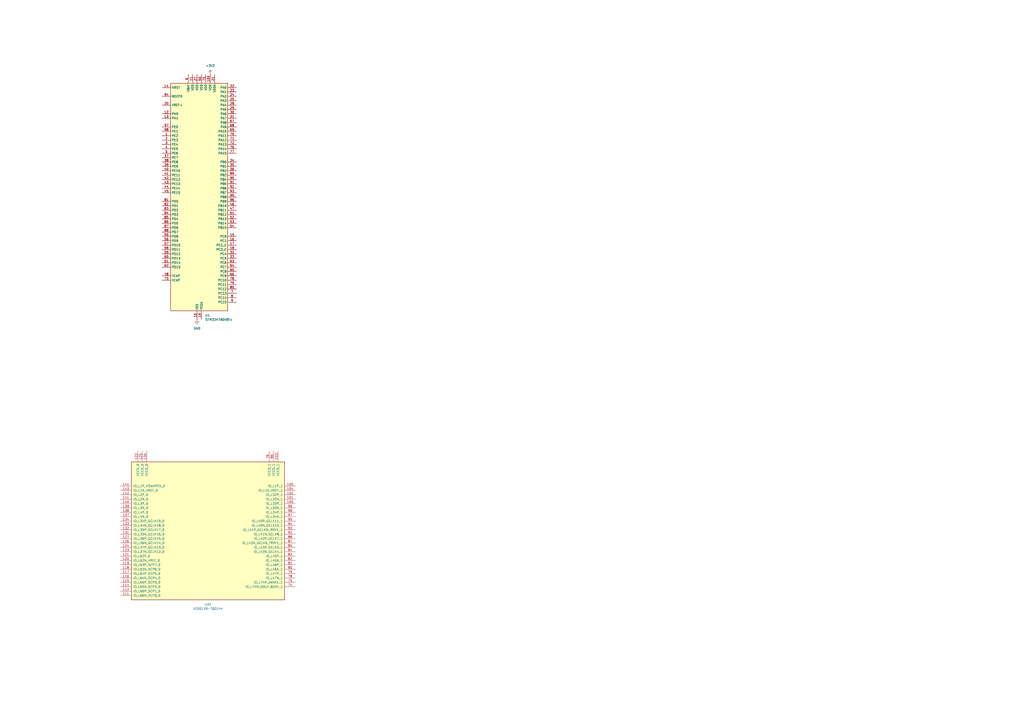
<source format=kicad_sch>
(kicad_sch (version 20231120) (generator "eeschema") (generator_version "8.0")
  (paper "A2")
  (lib_symbols
    (symbol "FPGA_Xilinx_Spartan6:XC6SLX9-TQG144" (pin_names (offset 1.016))
      (property "Reference" "U" (at 0 1.27 0))
      (property "Value" "XC6SLX9-TQG144" (at 0 -1.27 0))
      (symbol "XC6SLX9-TQG144_1_1"
        (rectangle (start -44.45 36.83) (end 44.45 -43.18) (stroke (width 0.254)) (fill (type background)))
        (pin bidirectional line (at 50.8 12.7 180) (length 6.35) (name "IO_L33P_1") (number "100"))
        (pin bidirectional line (at 50.8 15.24 180) (length 6.35) (name "IO_L32N_1") (number "101"))
        (pin bidirectional line (at 50.8 17.78 180) (length 6.35) (name "IO_L32P_1") (number "102"))
        (pin power_in line (at 40.64 43.18 270) (length 6.35) (name "VCCO_1") (number "103"))
        (pin bidirectional line (at 50.8 20.32 180) (length 6.35) (name "IO_L1N_VREF_1") (number "104"))
        (pin bidirectional line (at 50.8 22.86 180) (length 6.35) (name "IO_L1P_1") (number "105"))
        (pin bidirectional line (at -50.8 -40.64 0) (length 6.35) (name "IO_L66N_SCP0_0") (number "111"))
        (pin bidirectional line (at -50.8 -38.1 0) (length 6.35) (name "IO_L66P_SCP1_0") (number "112"))
        (pin bidirectional line (at -50.8 -35.56 0) (length 6.35) (name "IO_L65N_SCP2_0") (number "114"))
        (pin bidirectional line (at -50.8 -33.02 0) (length 6.35) (name "IO_L65P_SCP3_0") (number "115"))
        (pin bidirectional line (at -50.8 -30.48 0) (length 6.35) (name "IO_L64N_SCP4_0") (number "116"))
        (pin bidirectional line (at -50.8 -27.94 0) (length 6.35) (name "IO_L64P_SCP5_0") (number "117"))
        (pin bidirectional line (at -50.8 -25.4 0) (length 6.35) (name "IO_L63N_SCP6_0") (number "118"))
        (pin bidirectional line (at -50.8 -22.86 0) (length 6.35) (name "IO_L63P_SCP7_0") (number "119"))
        (pin bidirectional line (at -50.8 -20.32 0) (length 6.35) (name "IO_L62N_VREF_0") (number "120"))
        (pin bidirectional line (at -50.8 -17.78 0) (length 6.35) (name "IO_L62P_0") (number "121"))
        (pin power_in line (at -40.64 43.18 270) (length 6.35) (name "VCCO_0") (number "122"))
        (pin bidirectional line (at -50.8 -15.24 0) (length 6.35) (name "IO_L37N_GCLK12_0") (number "123"))
        (pin bidirectional line (at -50.8 -12.7 0) (length 6.35) (name "IO_L37P_GCLK13_0") (number "124"))
        (pin power_in line (at -38.1 43.18 270) (length 6.35) (name "VCCO_0") (number "125"))
        (pin bidirectional line (at -50.8 -10.16 0) (length 6.35) (name "IO_L36N_GCLK14_0") (number "126"))
        (pin bidirectional line (at -50.8 -7.62 0) (length 6.35) (name "IO_L36P_GCLK15_0") (number "127"))
        (pin bidirectional line (at -50.8 -5.08 0) (length 6.35) (name "IO_L35N_GCLK16_0") (number "131"))
        (pin bidirectional line (at -50.8 -2.54 0) (length 6.35) (name "IO_L35P_GCLK17_0") (number "132"))
        (pin bidirectional line (at -50.8 0 0) (length 6.35) (name "IO_L34N_GCLK18_0") (number "133"))
        (pin bidirectional line (at -50.8 2.54 0) (length 6.35) (name "IO_L34P_GCLK19_0") (number "134"))
        (pin power_in line (at -35.56 43.18 270) (length 6.35) (name "VCCO_0") (number "135"))
        (pin bidirectional line (at -50.8 5.08 0) (length 6.35) (name "IO_L4N_0") (number "137"))
        (pin bidirectional line (at -50.8 7.62 0) (length 6.35) (name "IO_L4P_0") (number "138"))
        (pin bidirectional line (at -50.8 10.16 0) (length 6.35) (name "IO_L3N_0") (number "139"))
        (pin bidirectional line (at -50.8 12.7 0) (length 6.35) (name "IO_L3P_0") (number "140"))
        (pin bidirectional line (at -50.8 15.24 0) (length 6.35) (name "IO_L2N_0") (number "141"))
        (pin bidirectional line (at -50.8 17.78 0) (length 6.35) (name "IO_L2P_0") (number "142"))
        (pin bidirectional line (at -50.8 20.32 0) (length 6.35) (name "IO_L1N_VREF_0") (number "143"))
        (pin bidirectional line (at -50.8 22.86 0) (length 6.35) (name "IO_L1P_HSWAPEN_0") (number "144"))
        (pin bidirectional line (at 50.8 -35.56 180) (length 6.35) (name "IO_L74N_DOUT_BUSY_1") (number "74"))
        (pin bidirectional line (at 50.8 -33.02 180) (length 6.35) (name "IO_L74P_AWAKE_1") (number "75"))
        (pin power_in line (at 35.56 43.18 270) (length 6.35) (name "VCCO_1") (number "76"))
        (pin bidirectional line (at 50.8 -30.48 180) (length 6.35) (name "IO_L47N_1") (number "78"))
        (pin bidirectional line (at 50.8 -27.94 180) (length 6.35) (name "IO_L47P_1") (number "79"))
        (pin bidirectional line (at 50.8 -25.4 180) (length 6.35) (name "IO_L46N_1") (number "80"))
        (pin bidirectional line (at 50.8 -22.86 180) (length 6.35) (name "IO_L46P_1") (number "81"))
        (pin bidirectional line (at 50.8 -20.32 180) (length 6.35) (name "IO_L45N_1") (number "82"))
        (pin bidirectional line (at 50.8 -17.78 180) (length 6.35) (name "IO_L45P_1") (number "83"))
        (pin bidirectional line (at 50.8 -15.24 180) (length 6.35) (name "IO_L43N_GCLK4_1") (number "84"))
        (pin bidirectional line (at 50.8 -12.7 180) (length 6.35) (name "IO_L43P_GCLK5_1") (number "85"))
        (pin power_in line (at 38.1 43.18 270) (length 6.35) (name "VCCO_1") (number "86"))
        (pin bidirectional line (at 50.8 -10.16 180) (length 6.35) (name "IO_L42N_GCLK6_TRDY1_1") (number "87"))
        (pin bidirectional line (at 50.8 -7.62 180) (length 6.35) (name "IO_L42P_GCLK7_1") (number "88"))
        (pin bidirectional line (at 50.8 -5.08 180) (length 6.35) (name "IO_L41N_GCLK8_1") (number "92"))
        (pin bidirectional line (at 50.8 -2.54 180) (length 6.35) (name "IO_L41P_GCLK9_IRDY1_1") (number "93"))
        (pin bidirectional line (at 50.8 0 180) (length 6.35) (name "IO_L40N_GCLK10_1") (number "94"))
        (pin bidirectional line (at 50.8 2.54 180) (length 6.35) (name "IO_L40P_GCLK11_1") (number "95"))
        (pin bidirectional line (at 50.8 5.08 180) (length 6.35) (name "IO_L34N_1") (number "97"))
        (pin bidirectional line (at 50.8 7.62 180) (length 6.35) (name "IO_L34P_1") (number "98"))
        (pin bidirectional line (at 50.8 10.16 180) (length 6.35) (name "IO_L33N_1") (number "99"))
      )
      (symbol "XC6SLX9-TQG144_2_1"
        (rectangle (start -44.45 36.83) (end 44.45 -43.18) (stroke (width 0.254)) (fill (type background)))
        (pin bidirectional line (at 50.8 -40.64 180) (length 6.35) (name "IO_L83N_VREF_3") (number "1"))
        (pin bidirectional line (at 50.8 -22.86 180) (length 6.35) (name "IO_L50P_3") (number "10"))
        (pin bidirectional line (at 50.8 -20.32 180) (length 6.35) (name "IO_L49N_3") (number "11"))
        (pin bidirectional line (at 50.8 -17.78 180) (length 6.35) (name "IO_L49P_3") (number "12"))
        (pin bidirectional line (at 50.8 -15.24 180) (length 6.35) (name "IO_L44N_GCLK20_3") (number "14"))
        (pin bidirectional line (at 50.8 -12.7 180) (length 6.35) (name "IO_L44P_GCLK21_3") (number "15"))
        (pin bidirectional line (at 50.8 -10.16 180) (length 6.35) (name "IO_L43N_GCLK22_IRDY2_3") (number "16"))
        (pin bidirectional line (at 50.8 -7.62 180) (length 6.35) (name "IO_L43P_GCLK23_3") (number "17"))
        (pin power_in line (at 38.1 43.18 270) (length 6.35) (name "VCCO_3") (number "18"))
        (pin bidirectional line (at 50.8 -38.1 180) (length 6.35) (name "IO_L83P_3") (number "2"))
        (pin bidirectional line (at 50.8 -5.08 180) (length 6.35) (name "IO_L42N_GCLK24_3") (number "21"))
        (pin bidirectional line (at 50.8 -2.54 180) (length 6.35) (name "IO_L42P_GCLK25_TRDY2_3") (number "22"))
        (pin bidirectional line (at 50.8 0 180) (length 6.35) (name "IO_L41N_GCLK26_3") (number "23"))
        (pin bidirectional line (at 50.8 2.54 180) (length 6.35) (name "IO_L41P_GCLK27_3") (number "24"))
        (pin bidirectional line (at 50.8 5.08 180) (length 6.35) (name "IO_L37N_3") (number "26"))
        (pin bidirectional line (at 50.8 7.62 180) (length 6.35) (name "IO_L37P_3") (number "27"))
        (pin bidirectional line (at 50.8 10.16 180) (length 6.35) (name "IO_L36N_3") (number "29"))
        (pin bidirectional line (at 50.8 12.7 180) (length 6.35) (name "IO_L36P_3") (number "30"))
        (pin power_in line (at 40.64 43.18 270) (length 6.35) (name "VCCO_3") (number "31"))
        (pin bidirectional line (at 50.8 15.24 180) (length 6.35) (name "IO_L2N_3") (number "32"))
        (pin bidirectional line (at 50.8 17.78 180) (length 6.35) (name "IO_L2P_3") (number "33"))
        (pin bidirectional line (at 50.8 20.32 180) (length 6.35) (name "IO_L1N_VREF_3") (number "34"))
        (pin bidirectional line (at 50.8 22.86 180) (length 6.35) (name "IO_L1P_3") (number "35"))
        (pin bidirectional line (at -50.8 -40.64 0) (length 6.35) (name "IO_L65N_CSO_B_2") (number "38"))
        (pin bidirectional line (at -50.8 -38.1 0) (length 6.35) (name "IO_L65P_INIT_B_2") (number "39"))
        (pin power_in line (at 35.56 43.18 270) (length 6.35) (name "VCCO_3") (number "4"))
        (pin bidirectional line (at -50.8 -35.56 0) (length 6.35) (name "IO_L64N_D9_2") (number "40"))
        (pin bidirectional line (at -50.8 -33.02 0) (length 6.35) (name "IO_L64P_D8_2") (number "41"))
        (pin power_in line (at -40.64 43.18 270) (length 6.35) (name "VCCO_2") (number "42"))
        (pin bidirectional line (at -50.8 -30.48 0) (length 6.35) (name "IO_L62N_D6_2") (number "43"))
        (pin bidirectional line (at -50.8 -27.94 0) (length 6.35) (name "IO_L62P_D5_2") (number "44"))
        (pin bidirectional line (at -50.8 -25.4 0) (length 6.35) (name "IO_L49N_D4_2") (number "45"))
        (pin bidirectional line (at -50.8 -22.86 0) (length 6.35) (name "IO_L49P_D3_2") (number "46"))
        (pin bidirectional line (at -50.8 -20.32 0) (length 6.35) (name "IO_L48N_RDWR_B_VREF_2") (number "47"))
        (pin bidirectional line (at -50.8 -17.78 0) (length 6.35) (name "IO_L48P_D7_2") (number "48"))
        (pin bidirectional line (at 50.8 -35.56 180) (length 6.35) (name "IO_L52N_3") (number "5"))
        (pin bidirectional line (at -50.8 -15.24 0) (length 6.35) (name "IO_L31N_GCLK30_D15_2") (number "50"))
        (pin bidirectional line (at -50.8 -12.7 0) (length 6.35) (name "IO_L31P_GCLK31_D14_2") (number "51"))
        (pin bidirectional line (at -50.8 -10.16 0) (length 6.35) (name "IO_L30N_GCLK0_USERCCLK_2") (number "55"))
        (pin bidirectional line (at -50.8 -7.62 0) (length 6.35) (name "IO_L30P_GCLK1_D13_2") (number "56"))
        (pin bidirectional line (at -50.8 -5.08 0) (length 6.35) (name "IO_L14N_D12_2") (number "57"))
        (pin bidirectional line (at -50.8 -2.54 0) (length 6.35) (name "IO_L14P_D11_2") (number "58"))
        (pin bidirectional line (at -50.8 0 0) (length 6.35) (name "IO_L13N_D10_2") (number "59"))
        (pin bidirectional line (at 50.8 -33.02 180) (length 6.35) (name "IO_L52P_3") (number "6"))
        (pin bidirectional line (at -50.8 2.54 0) (length 6.35) (name "IO_L13P_M1_2") (number "60"))
        (pin bidirectional line (at -50.8 5.08 0) (length 6.35) (name "IO_L12N_D2_MISO3_2") (number "61"))
        (pin bidirectional line (at -50.8 7.62 0) (length 6.35) (name "IO_L12P_D1_MISO2_2") (number "62"))
        (pin power_in line (at -38.1 43.18 270) (length 6.35) (name "VCCO_2") (number "63"))
        (pin bidirectional line (at -50.8 10.16 0) (length 6.35) (name "IO_L3N_MOSI_CSI_B_MISO0_2") (number "64"))
        (pin bidirectional line (at -50.8 12.7 0) (length 6.35) (name "IO_L3P_D0_DIN_MISO_MISO1_2") (number "65"))
        (pin bidirectional line (at -50.8 15.24 0) (length 6.35) (name "IO_L2N_CMPMOSI_2") (number "66"))
        (pin bidirectional line (at -50.8 17.78 0) (length 6.35) (name "IO_L2P_CMPCLK_2") (number "67"))
        (pin bidirectional line (at -50.8 20.32 0) (length 6.35) (name "IO_L1N_M0_CMPMISO_2") (number "69"))
        (pin bidirectional line (at 50.8 -30.48 180) (length 6.35) (name "IO_L51N_3") (number "7"))
        (pin bidirectional line (at -50.8 22.86 0) (length 6.35) (name "IO_L1P_CCLK_2") (number "70"))
        (pin bidirectional line (at 50.8 -27.94 180) (length 6.35) (name "IO_L51P_3") (number "8"))
        (pin bidirectional line (at 50.8 -25.4 180) (length 6.35) (name "IO_L50N_3") (number "9"))
      )
      (symbol "XC6SLX9-TQG144_3_1"
        (rectangle (start -31.75 15.24) (end 31.75 -15.24) (stroke (width 0.254)) (fill (type background)))
        (pin bidirectional line (at 38.1 10.16 180) (length 6.35) (name "TDO") (number "106"))
        (pin bidirectional line (at 38.1 7.62 180) (length 6.35) (name "TMS") (number "107"))
        (pin bidirectional line (at 38.1 5.08 180) (length 6.35) (name "TCK") (number "109"))
        (pin bidirectional line (at 38.1 12.7 180) (length 6.35) (name "TDI") (number "110"))
        (pin bidirectional line (at 38.1 -2.54 180) (length 6.35) (name "PROGRAM_B_2") (number "37"))
        (pin bidirectional line (at 38.1 0 180) (length 6.35) (name "DONE_2") (number "71"))
        (pin bidirectional line (at 38.1 -12.7 180) (length 6.35) (name "CMPCS_B_2") (number "72"))
        (pin bidirectional line (at 38.1 -7.62 180) (length 6.35) (name "SUSPEND") (number "73"))
      )
      (symbol "XC6SLX9-TQG144_4_1"
        (rectangle (start -19.05 17.78) (end 19.05 -17.78) (stroke (width 0.254)) (fill (type background)))
        (pin power_in line (at 25.4 -7.62 180) (length 6.35) (name "GND") (number "108"))
        (pin power_in line (at 25.4 -10.16 180) (length 6.35) (name "GND") (number "113"))
        (pin power_in line (at 25.4 5.08 180) (length 6.35) (name "VCCINT") (number "128"))
        (pin power_in line (at -25.4 5.08 0) (length 6.35) (name "VCCAUX") (number "129"))
        (pin power_in line (at -25.4 -2.54 0) (length 6.35) (name "GND") (number "13"))
        (pin power_in line (at 25.4 -12.7 180) (length 6.35) (name "GND") (number "130"))
        (pin power_in line (at 25.4 -15.24 180) (length 6.35) (name "GND") (number "136"))
        (pin power_in line (at 25.4 15.24 180) (length 6.35) (name "VCCINT") (number "19"))
        (pin power_in line (at -25.4 15.24 0) (length 6.35) (name "VCCAUX") (number "20"))
        (pin power_in line (at -25.4 -5.08 0) (length 6.35) (name "GND") (number "25"))
        (pin power_in line (at 25.4 12.7 180) (length 6.35) (name "VCCINT") (number "28"))
        (pin power_in line (at -25.4 0 0) (length 6.35) (name "GND") (number "3"))
        (pin power_in line (at -25.4 12.7 0) (length 6.35) (name "VCCAUX") (number "36"))
        (pin power_in line (at -25.4 -7.62 0) (length 6.35) (name "GND") (number "49"))
        (pin power_in line (at 25.4 10.16 180) (length 6.35) (name "VCCINT") (number "52"))
        (pin power_in line (at -25.4 10.16 0) (length 6.35) (name "VCCAUX") (number "53"))
        (pin power_in line (at -25.4 -10.16 0) (length 6.35) (name "GND") (number "54"))
        (pin power_in line (at -25.4 -12.7 0) (length 6.35) (name "GND") (number "68"))
        (pin power_in line (at -25.4 -15.24 0) (length 6.35) (name "GND") (number "77"))
        (pin power_in line (at 25.4 7.62 180) (length 6.35) (name "VCCINT") (number "89"))
        (pin power_in line (at -25.4 7.62 0) (length 6.35) (name "VCCAUX") (number "90"))
        (pin power_in line (at 25.4 -2.54 180) (length 6.35) (name "GND") (number "91"))
        (pin power_in line (at 25.4 -5.08 180) (length 6.35) (name "GND") (number "96"))
      )
    )
    (symbol "MCU_ST_STM32H7:STM32H7B0VBTx"
      (property "Reference" "U" (at -15.24 67.31 0))
      (property "Value" "STM32H7B0VBTx" (at 12.7 67.31 0))
      (symbol "STM32H7B0VBTx_0_1"
        (rectangle (start -15.24 -66.04) (end 17.78 66.04) (stroke (width 0.254)) (fill (type background)))
      )
      (symbol "STM32H7B0VBTx_1_1"
        (pin bidirectional line (at -20.32 35.56 0) (length 5.08) (name "PE2") (number "1"))
        (pin power_in line (at 0 -71.12 90) (length 5.08) (name "VSS") (number "10"))
        (pin power_in line (at 7.62 71.12 270) (length 5.08) (name "VDD") (number "100"))
        (pin power_in line (at -2.54 71.12 270) (length 5.08) (name "VDD") (number "11"))
        (pin bidirectional line (at -20.32 48.26 0) (length 5.08) (name "PH0") (number "12"))
        (pin bidirectional line (at -20.32 45.72 0) (length 5.08) (name "PH1") (number "13"))
        (pin input line (at -20.32 63.5 0) (length 5.08) (name "NRST") (number "14"))
        (pin bidirectional line (at 22.86 -22.86 180) (length 5.08) (name "PC0") (number "15"))
        (pin bidirectional line (at 22.86 -25.4 180) (length 5.08) (name "PC1") (number "16"))
        (pin bidirectional line (at 22.86 -27.94 180) (length 5.08) (name "PC2_C") (number "17"))
        (pin bidirectional line (at 22.86 -30.48 180) (length 5.08) (name "PC3_C") (number "18"))
        (pin power_in line (at 2.54 -71.12 90) (length 5.08) (name "VSSA") (number "19"))
        (pin bidirectional line (at -20.32 33.02 0) (length 5.08) (name "PE3") (number "2"))
        (pin input line (at -20.32 53.34 0) (length 5.08) (name "VREF+") (number "20"))
        (pin power_in line (at 10.16 71.12 270) (length 5.08) (name "VDDA") (number "21"))
        (pin bidirectional line (at 22.86 63.5 180) (length 5.08) (name "PA0") (number "22"))
        (pin bidirectional line (at 22.86 60.96 180) (length 5.08) (name "PA1") (number "23"))
        (pin bidirectional line (at 22.86 58.42 180) (length 5.08) (name "PA2") (number "24"))
        (pin bidirectional line (at 22.86 55.88 180) (length 5.08) (name "PA3") (number "25"))
        (pin passive line (at 0 -71.12 90) (length 5.08) hide (name "VSS") (number "26"))
        (pin power_in line (at 0 71.12 270) (length 5.08) (name "VDD") (number "27"))
        (pin bidirectional line (at 22.86 53.34 180) (length 5.08) (name "PA4") (number "28"))
        (pin bidirectional line (at 22.86 50.8 180) (length 5.08) (name "PA5") (number "29"))
        (pin bidirectional line (at -20.32 30.48 0) (length 5.08) (name "PE4") (number "3"))
        (pin bidirectional line (at 22.86 48.26 180) (length 5.08) (name "PA6") (number "30"))
        (pin bidirectional line (at 22.86 45.72 180) (length 5.08) (name "PA7") (number "31"))
        (pin bidirectional line (at 22.86 -33.02 180) (length 5.08) (name "PC4") (number "32"))
        (pin bidirectional line (at 22.86 -35.56 180) (length 5.08) (name "PC5") (number "33"))
        (pin bidirectional line (at 22.86 20.32 180) (length 5.08) (name "PB0") (number "34"))
        (pin bidirectional line (at 22.86 17.78 180) (length 5.08) (name "PB1") (number "35"))
        (pin bidirectional line (at 22.86 15.24 180) (length 5.08) (name "PB2") (number "36"))
        (pin bidirectional line (at -20.32 22.86 0) (length 5.08) (name "PE7") (number "37"))
        (pin bidirectional line (at -20.32 20.32 0) (length 5.08) (name "PE8") (number "38"))
        (pin bidirectional line (at -20.32 17.78 0) (length 5.08) (name "PE9") (number "39"))
        (pin bidirectional line (at -20.32 27.94 0) (length 5.08) (name "PE5") (number "4"))
        (pin bidirectional line (at -20.32 15.24 0) (length 5.08) (name "PE10") (number "40"))
        (pin bidirectional line (at -20.32 12.7 0) (length 5.08) (name "PE11") (number "41"))
        (pin bidirectional line (at -20.32 10.16 0) (length 5.08) (name "PE12") (number "42"))
        (pin bidirectional line (at -20.32 7.62 0) (length 5.08) (name "PE13") (number "43"))
        (pin bidirectional line (at -20.32 5.08 0) (length 5.08) (name "PE14") (number "44"))
        (pin bidirectional line (at -20.32 2.54 0) (length 5.08) (name "PE15") (number "45"))
        (pin bidirectional line (at 22.86 -5.08 180) (length 5.08) (name "PB10") (number "46"))
        (pin bidirectional line (at 22.86 -7.62 180) (length 5.08) (name "PB11") (number "47"))
        (pin power_out line (at -20.32 -45.72 0) (length 5.08) (name "VCAP") (number "48"))
        (pin passive line (at 0 -71.12 90) (length 5.08) hide (name "VSS") (number "49"))
        (pin bidirectional line (at -20.32 25.4 0) (length 5.08) (name "PE6") (number "5"))
        (pin power_in line (at 2.54 71.12 270) (length 5.08) (name "VDD") (number "50"))
        (pin bidirectional line (at 22.86 -10.16 180) (length 5.08) (name "PB12") (number "51"))
        (pin bidirectional line (at 22.86 -12.7 180) (length 5.08) (name "PB13") (number "52"))
        (pin bidirectional line (at 22.86 -15.24 180) (length 5.08) (name "PB14") (number "53"))
        (pin bidirectional line (at 22.86 -17.78 180) (length 5.08) (name "PB15") (number "54"))
        (pin bidirectional line (at -20.32 -22.86 0) (length 5.08) (name "PD8") (number "55"))
        (pin bidirectional line (at -20.32 -25.4 0) (length 5.08) (name "PD9") (number "56"))
        (pin bidirectional line (at -20.32 -27.94 0) (length 5.08) (name "PD10") (number "57"))
        (pin bidirectional line (at -20.32 -30.48 0) (length 5.08) (name "PD11") (number "58"))
        (pin bidirectional line (at -20.32 -33.02 0) (length 5.08) (name "PD12") (number "59"))
        (pin power_in line (at -5.08 71.12 270) (length 5.08) (name "VBAT") (number "6"))
        (pin bidirectional line (at -20.32 -35.56 0) (length 5.08) (name "PD13") (number "60"))
        (pin bidirectional line (at -20.32 -38.1 0) (length 5.08) (name "PD14") (number "61"))
        (pin bidirectional line (at -20.32 -40.64 0) (length 5.08) (name "PD15") (number "62"))
        (pin bidirectional line (at 22.86 -38.1 180) (length 5.08) (name "PC6") (number "63"))
        (pin bidirectional line (at 22.86 -40.64 180) (length 5.08) (name "PC7") (number "64"))
        (pin bidirectional line (at 22.86 -43.18 180) (length 5.08) (name "PC8") (number "65"))
        (pin bidirectional line (at 22.86 -45.72 180) (length 5.08) (name "PC9") (number "66"))
        (pin bidirectional line (at 22.86 43.18 180) (length 5.08) (name "PA8") (number "67"))
        (pin bidirectional line (at 22.86 40.64 180) (length 5.08) (name "PA9") (number "68"))
        (pin bidirectional line (at 22.86 38.1 180) (length 5.08) (name "PA10") (number "69"))
        (pin bidirectional line (at 22.86 -55.88 180) (length 5.08) (name "PC13") (number "7"))
        (pin bidirectional line (at 22.86 35.56 180) (length 5.08) (name "PA11") (number "70"))
        (pin bidirectional line (at 22.86 33.02 180) (length 5.08) (name "PA12") (number "71"))
        (pin bidirectional line (at 22.86 30.48 180) (length 5.08) (name "PA13") (number "72"))
        (pin power_out line (at -20.32 -48.26 0) (length 5.08) (name "VCAP") (number "73"))
        (pin passive line (at 0 -71.12 90) (length 5.08) hide (name "VSS") (number "74"))
        (pin power_in line (at 5.08 71.12 270) (length 5.08) (name "VDD") (number "75"))
        (pin bidirectional line (at 22.86 27.94 180) (length 5.08) (name "PA14") (number "76"))
        (pin bidirectional line (at 22.86 25.4 180) (length 5.08) (name "PA15") (number "77"))
        (pin bidirectional line (at 22.86 -48.26 180) (length 5.08) (name "PC10") (number "78"))
        (pin bidirectional line (at 22.86 -50.8 180) (length 5.08) (name "PC11") (number "79"))
        (pin bidirectional line (at 22.86 -58.42 180) (length 5.08) (name "PC14") (number "8"))
        (pin bidirectional line (at 22.86 -53.34 180) (length 5.08) (name "PC12") (number "80"))
        (pin bidirectional line (at -20.32 -2.54 0) (length 5.08) (name "PD0") (number "81"))
        (pin bidirectional line (at -20.32 -5.08 0) (length 5.08) (name "PD1") (number "82"))
        (pin bidirectional line (at -20.32 -7.62 0) (length 5.08) (name "PD2") (number "83"))
        (pin bidirectional line (at -20.32 -10.16 0) (length 5.08) (name "PD3") (number "84"))
        (pin bidirectional line (at -20.32 -12.7 0) (length 5.08) (name "PD4") (number "85"))
        (pin bidirectional line (at -20.32 -15.24 0) (length 5.08) (name "PD5") (number "86"))
        (pin bidirectional line (at -20.32 -17.78 0) (length 5.08) (name "PD6") (number "87"))
        (pin bidirectional line (at -20.32 -20.32 0) (length 5.08) (name "PD7") (number "88"))
        (pin bidirectional line (at 22.86 12.7 180) (length 5.08) (name "PB3") (number "89"))
        (pin bidirectional line (at 22.86 -60.96 180) (length 5.08) (name "PC15") (number "9"))
        (pin bidirectional line (at 22.86 10.16 180) (length 5.08) (name "PB4") (number "90"))
        (pin bidirectional line (at 22.86 7.62 180) (length 5.08) (name "PB5") (number "91"))
        (pin bidirectional line (at 22.86 5.08 180) (length 5.08) (name "PB6") (number "92"))
        (pin bidirectional line (at 22.86 2.54 180) (length 5.08) (name "PB7") (number "93"))
        (pin input line (at -20.32 58.42 0) (length 5.08) (name "BOOT0") (number "94"))
        (pin bidirectional line (at 22.86 0 180) (length 5.08) (name "PB8") (number "95"))
        (pin bidirectional line (at 22.86 -2.54 180) (length 5.08) (name "PB9") (number "96"))
        (pin bidirectional line (at -20.32 40.64 0) (length 5.08) (name "PE0") (number "97"))
        (pin bidirectional line (at -20.32 38.1 0) (length 5.08) (name "PE1") (number "98"))
        (pin passive line (at 0 -71.12 90) (length 5.08) hide (name "VSS") (number "99"))
      )
    )
    (symbol "power:+3V3" (power) (pin_numbers hide) (pin_names (offset 0) hide)
      (property "Value" "+3V3" (at 0 3.556 0))
      (symbol "+3V3_0_1"
        (polyline (pts (xy -0.762 1.27) (xy 0 2.54)))
        (polyline (pts (xy 0 0) (xy 0 2.54)))
        (polyline (pts (xy 0 2.54) (xy 0.762 1.27)))
      )
      (symbol "+3V3_1_1"
        (pin power_in line (at 0 0 90) (length 0) (name "~") (number "1"))
      )
    )
    (symbol "power:GND" (power) (pin_numbers hide) (pin_names (offset 0) hide)
      (property "Value" "GND" (at 0 -3.81 0))
      (symbol "GND_0_1"
        (polyline (pts (xy 0 0) (xy 0 -1.27) (xy 1.27 -1.27) (xy 0 -2.54) (xy -1.27 -1.27) (xy 0 -1.27)))
      )
      (symbol "GND_1_1"
        (pin power_in line (at 0 0 270) (length 0) (name "~") (number "1"))
      )
    )
  )
  (symbol (lib_id "power:+3V3") (at 121.92 43.18 0) (unit 1)
    (property "Reference" "#PWR02" (effects (hide yes)))
    (property "Value" "+3V3" (at 121.92 38.1 0))
    (property "Description" "Power symbol creates a global label with name \"+3V3\"" (effects (hide yes)))
  )
  (symbol (lib_id "FPGA_Xilinx_Spartan6:XC6SLX9-TQG144") (at 120.65 304.8 0) (unit 1)
    (property "Reference" "U2" (at 120.65 350.52 0))
    (property "Value" "XC6SLX9-TQG144" (at 120.65 353.06 0))
    (property "Footprint" "Package_QFP:LQFP-144_20x20mm_P0.5mm" (effects (hide yes)))
    (property "Description" "XC6SLX9-2TQG144C" (effects (hide yes)))
  )
  (symbol (lib_id "MCU_ST_STM32H7:STM32H7B0VBTx") (at 114.3 114.3 0) (unit 1)
    (property "Reference" "U1" (at 119.0341 182.88 0) (effects (justify left)))
    (property "Value" "STM32H7B0VBTx" (at 119.0341 185.42 0) (effects (justify left)))
    (property "Footprint" "Package_QFP:LQFP-100_14x14mm_P0.5mm" (effects (hide yes)))
    (property "Datasheet" "https://www.st.com/resource/en/datasheet/stm32h7b0vb.pdf" (effects (hide yes)))
    (property "Description" "STMicroelectronics Arm Cortex-M7 MCU, 128KB flash, 1184KB RAM, 280 MHz, 1.62-3.6V, 82 GPIO, LQFP100" (effects (hide yes)))
  )
  (symbol (lib_id "power:GND") (at 114.3 185.42 0) (unit 1)
    (property "Reference" "#PWR01" (effects (hide yes)))
    (property "Value" "GND" (at 114.3 190.5 0))
    (property "Description" "Power symbol creates a global label with name \"GND\" , ground" (effects (hide yes)))
  )
)
</source>
